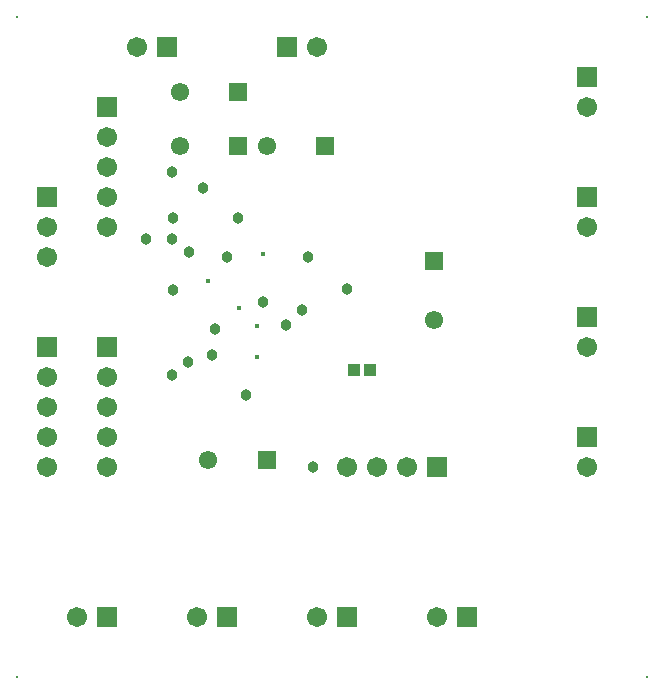
<source format=gbs>
G04 Layer_Color=16711935*
%FSLAX23Y23*%
%MOIN*%
G70*
G01*
G75*
%ADD26R,0.039X0.043*%
%ADD29R,0.067X0.067*%
%ADD30C,0.067*%
%ADD31R,0.067X0.067*%
%ADD32C,0.061*%
%ADD33R,0.061X0.061*%
%ADD34R,0.061X0.061*%
%ADD35C,0.008*%
%ADD36C,0.038*%
%ADD37C,0.015*%
D26*
X4578Y2925D02*
D03*
X4522D02*
D03*
D29*
X4300Y4000D02*
D03*
X3700Y2100D02*
D03*
X4100D02*
D03*
X4500D02*
D03*
X4900D02*
D03*
X3900Y4000D02*
D03*
X4800Y2600D02*
D03*
D30*
X4400Y4000D02*
D03*
X3500Y3400D02*
D03*
Y3300D02*
D03*
Y2900D02*
D03*
Y2800D02*
D03*
Y2700D02*
D03*
Y2600D02*
D03*
X3600Y2100D02*
D03*
X4000D02*
D03*
X4400D02*
D03*
X4800D02*
D03*
X5300Y2600D02*
D03*
Y3000D02*
D03*
Y3400D02*
D03*
Y3800D02*
D03*
X3800Y4000D02*
D03*
X4500Y2600D02*
D03*
X4600D02*
D03*
X4700D02*
D03*
X3700D02*
D03*
Y2700D02*
D03*
Y2800D02*
D03*
Y2900D02*
D03*
Y3400D02*
D03*
Y3500D02*
D03*
Y3600D02*
D03*
Y3700D02*
D03*
D31*
X3500Y3500D02*
D03*
Y3000D02*
D03*
X5300Y2700D02*
D03*
Y3100D02*
D03*
Y3500D02*
D03*
Y3900D02*
D03*
X3700Y3000D02*
D03*
Y3800D02*
D03*
D32*
X4232Y3670D02*
D03*
X4037Y2625D02*
D03*
X3942Y3670D02*
D03*
Y3850D02*
D03*
X4790Y3092D02*
D03*
D33*
X4428Y3670D02*
D03*
X4233Y2625D02*
D03*
X4138Y3670D02*
D03*
Y3850D02*
D03*
D34*
X4790Y3288D02*
D03*
D35*
X3400Y4100D02*
D03*
X5500D02*
D03*
Y1900D02*
D03*
X3400D02*
D03*
D36*
X4350Y3125D02*
D03*
X4050Y2975D02*
D03*
X4060Y3060D02*
D03*
X4101Y3300D02*
D03*
X4370D02*
D03*
X4295Y3075D02*
D03*
X4220Y3150D02*
D03*
X3970Y2951D02*
D03*
X3915Y2908D02*
D03*
X4138Y3432D02*
D03*
X4500Y3195D02*
D03*
X4385Y2600D02*
D03*
X3920Y3190D02*
D03*
X3973Y3318D02*
D03*
X3915Y3360D02*
D03*
X4020Y3530D02*
D03*
X3915Y3585D02*
D03*
X3920Y3430D02*
D03*
X3830Y3360D02*
D03*
X4162Y2842D02*
D03*
D37*
X4219Y3311D02*
D03*
X4035Y3220D02*
D03*
X4199Y2969D02*
D03*
Y3070D02*
D03*
X4139Y3130D02*
D03*
M02*

</source>
